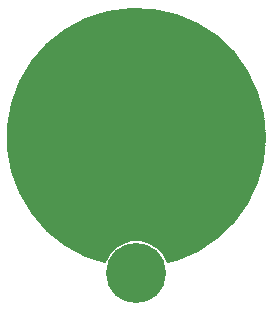
<source format=gbl>
G75*
%MOIN*%
%OFA0B0*%
%FSLAX25Y25*%
%IPPOS*%
%LPD*%
%AMOC8*
5,1,8,0,0,1.08239X$1,22.5*
%
%ADD10C,0.15000*%
%ADD11C,0.20000*%
%ADD12C,0.01000*%
D10*
X0127914Y0094433D03*
D11*
X0127914Y0013724D03*
D12*
X0086656Y0047614D02*
X0085286Y0055163D01*
X0085286Y0062837D01*
X0086656Y0070386D01*
X0089352Y0077570D01*
X0093288Y0084157D01*
X0098336Y0089936D01*
X0104335Y0094720D01*
X0111092Y0098356D01*
X0144297Y0098356D01*
X0141961Y0099354D02*
X0114165Y0099354D01*
X0117238Y0100353D02*
X0138303Y0100353D01*
X0141140Y0099705D02*
X0148195Y0096689D01*
X0154599Y0092462D01*
X0160145Y0087160D01*
X0164655Y0080952D01*
X0167985Y0074039D01*
X0170026Y0066642D01*
X0170714Y0059000D01*
X0170026Y0051358D01*
X0167985Y0043961D01*
X0164655Y0037048D01*
X0160145Y0030840D01*
X0154599Y0025538D01*
X0148195Y0021310D01*
X0141140Y0018295D01*
X0138351Y0017658D01*
X0138257Y0018009D01*
X0136796Y0020540D01*
X0134729Y0022607D01*
X0132198Y0024068D01*
X0129375Y0024824D01*
X0126453Y0024824D01*
X0123629Y0024068D01*
X0121098Y0022607D01*
X0119032Y0020540D01*
X0117570Y0018009D01*
X0117455Y0017577D01*
X0111092Y0019644D01*
X0104335Y0023280D01*
X0098336Y0028064D01*
X0093288Y0033843D01*
X0089352Y0040430D01*
X0086656Y0047614D01*
X0086725Y0047432D02*
X0168942Y0047432D01*
X0169218Y0048430D02*
X0086508Y0048430D01*
X0086327Y0049429D02*
X0169494Y0049429D01*
X0169769Y0050427D02*
X0086146Y0050427D01*
X0085964Y0051426D02*
X0170032Y0051426D01*
X0170026Y0051358D02*
X0170026Y0051358D01*
X0170122Y0052424D02*
X0085783Y0052424D01*
X0085602Y0053423D02*
X0170212Y0053423D01*
X0170302Y0054421D02*
X0085421Y0054421D01*
X0085286Y0055420D02*
X0170392Y0055420D01*
X0170482Y0056418D02*
X0085286Y0056418D01*
X0085286Y0057417D02*
X0170571Y0057417D01*
X0170661Y0058415D02*
X0085286Y0058415D01*
X0085286Y0059414D02*
X0170677Y0059414D01*
X0170587Y0060412D02*
X0085286Y0060412D01*
X0085286Y0061411D02*
X0170497Y0061411D01*
X0170407Y0062409D02*
X0085286Y0062409D01*
X0085390Y0063408D02*
X0170317Y0063408D01*
X0170227Y0064406D02*
X0085571Y0064406D01*
X0085752Y0065405D02*
X0170137Y0065405D01*
X0170048Y0066403D02*
X0085933Y0066403D01*
X0086115Y0067402D02*
X0169816Y0067402D01*
X0169541Y0068400D02*
X0086296Y0068400D01*
X0086477Y0069399D02*
X0169265Y0069399D01*
X0168990Y0070397D02*
X0086660Y0070397D01*
X0087035Y0071396D02*
X0168714Y0071396D01*
X0168439Y0072394D02*
X0087410Y0072394D01*
X0087785Y0073393D02*
X0168163Y0073393D01*
X0167815Y0074391D02*
X0088159Y0074391D01*
X0088534Y0075390D02*
X0167334Y0075390D01*
X0166853Y0076388D02*
X0088909Y0076388D01*
X0089284Y0077387D02*
X0166372Y0077387D01*
X0165892Y0078385D02*
X0089839Y0078385D01*
X0090436Y0079384D02*
X0165411Y0079384D01*
X0164930Y0080382D02*
X0091033Y0080382D01*
X0091629Y0081381D02*
X0164344Y0081381D01*
X0163618Y0082379D02*
X0092226Y0082379D01*
X0092822Y0083378D02*
X0162893Y0083378D01*
X0162168Y0084376D02*
X0093479Y0084376D01*
X0094352Y0085375D02*
X0161442Y0085375D01*
X0160717Y0086373D02*
X0095224Y0086373D01*
X0096097Y0087372D02*
X0159923Y0087372D01*
X0158879Y0088370D02*
X0096969Y0088370D01*
X0097841Y0089369D02*
X0157835Y0089369D01*
X0156790Y0090368D02*
X0098878Y0090368D01*
X0100130Y0091366D02*
X0155746Y0091366D01*
X0154702Y0092365D02*
X0101382Y0092365D01*
X0102634Y0093363D02*
X0153235Y0093363D01*
X0151722Y0094362D02*
X0103886Y0094362D01*
X0105525Y0095360D02*
X0150209Y0095360D01*
X0148697Y0096359D02*
X0107381Y0096359D01*
X0109237Y0097357D02*
X0146634Y0097357D01*
X0141140Y0099705D02*
X0133659Y0101413D01*
X0125994Y0101757D01*
X0118390Y0100727D01*
X0111092Y0098356D01*
X0122998Y0101351D02*
X0133929Y0101351D01*
X0168667Y0046433D02*
X0087099Y0046433D01*
X0087474Y0045434D02*
X0168391Y0045434D01*
X0168116Y0044436D02*
X0087849Y0044436D01*
X0088224Y0043437D02*
X0167733Y0043437D01*
X0167252Y0042439D02*
X0088598Y0042439D01*
X0088973Y0041440D02*
X0166771Y0041440D01*
X0166290Y0040442D02*
X0089348Y0040442D01*
X0089942Y0039443D02*
X0165809Y0039443D01*
X0165328Y0038445D02*
X0090538Y0038445D01*
X0091135Y0037446D02*
X0164847Y0037446D01*
X0164220Y0036448D02*
X0091731Y0036448D01*
X0092328Y0035449D02*
X0163494Y0035449D01*
X0162769Y0034451D02*
X0092925Y0034451D01*
X0093629Y0033452D02*
X0162043Y0033452D01*
X0161318Y0032454D02*
X0094501Y0032454D01*
X0095374Y0031455D02*
X0160592Y0031455D01*
X0160145Y0030840D02*
X0160145Y0030840D01*
X0159744Y0030457D02*
X0096246Y0030457D01*
X0097119Y0029458D02*
X0158700Y0029458D01*
X0157656Y0028460D02*
X0097991Y0028460D01*
X0099093Y0027461D02*
X0156611Y0027461D01*
X0155567Y0026463D02*
X0100345Y0026463D01*
X0101597Y0025464D02*
X0154488Y0025464D01*
X0152975Y0024466D02*
X0130714Y0024466D01*
X0133239Y0023467D02*
X0151463Y0023467D01*
X0149950Y0022469D02*
X0134867Y0022469D01*
X0135866Y0021470D02*
X0148437Y0021470D01*
X0146233Y0020472D02*
X0136835Y0020472D01*
X0137412Y0019473D02*
X0143897Y0019473D01*
X0141561Y0018475D02*
X0137988Y0018475D01*
X0125114Y0024466D02*
X0102849Y0024466D01*
X0104101Y0023467D02*
X0122589Y0023467D01*
X0120960Y0022469D02*
X0105844Y0022469D01*
X0107699Y0021470D02*
X0119962Y0021470D01*
X0118992Y0020472D02*
X0109555Y0020472D01*
X0111619Y0019473D02*
X0118416Y0019473D01*
X0117839Y0018475D02*
X0114692Y0018475D01*
M02*

</source>
